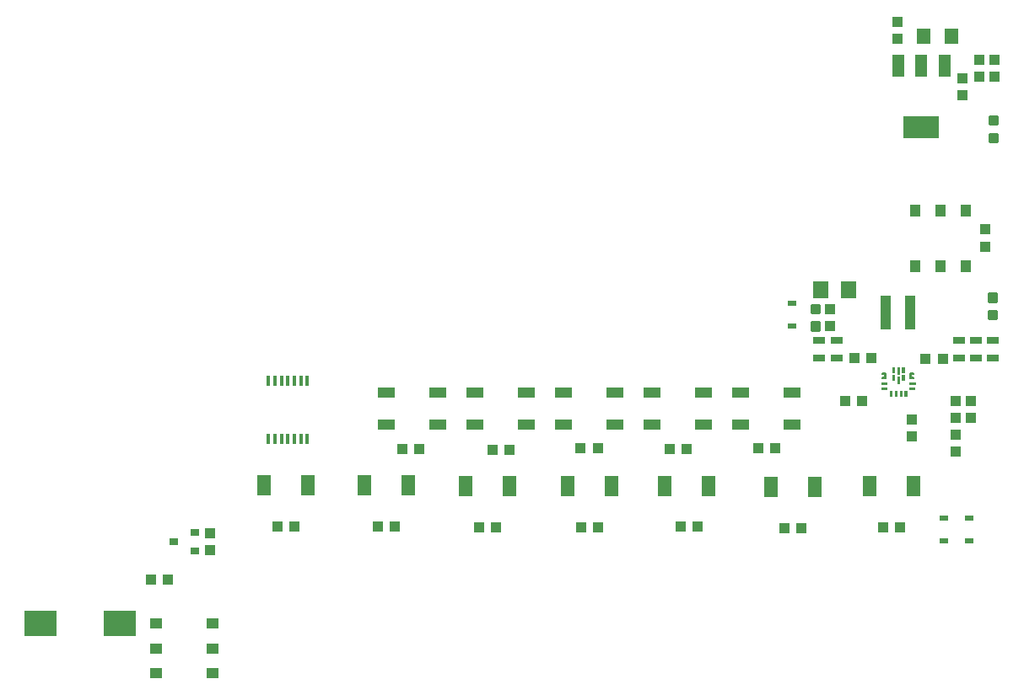
<source format=gtp>
G75*
%MOIN*%
%OFA0B0*%
%FSLAX25Y25*%
%IPPOS*%
%LPD*%
%AMOC8*
5,1,8,0,0,1.08239X$1,22.5*
%
%ADD10R,0.06500X0.03937*%
%ADD11R,0.12598X0.09843*%
%ADD12R,0.04528X0.03937*%
%ADD13R,0.04331X0.03937*%
%ADD14R,0.05512X0.07874*%
%ADD15C,0.00197*%
%ADD16C,0.00500*%
%ADD17R,0.03937X0.04331*%
%ADD18R,0.05512X0.06299*%
%ADD19R,0.03937X0.04528*%
%ADD20R,0.04800X0.08800*%
%ADD21R,0.14173X0.08661*%
%ADD22R,0.03268X0.02480*%
%ADD23R,0.04724X0.03150*%
%ADD24R,0.01200X0.03900*%
%ADD25C,0.01181*%
%ADD26R,0.06299X0.07087*%
%ADD27R,0.03858X0.13386*%
%ADD28R,0.03543X0.03150*%
D10*
X0182470Y0413337D03*
X0182470Y0425935D03*
X0202761Y0425935D03*
X0202761Y0413337D03*
X0217470Y0413337D03*
X0217470Y0425935D03*
X0237761Y0425935D03*
X0237761Y0413337D03*
X0252470Y0413337D03*
X0252470Y0425935D03*
X0272761Y0425935D03*
X0272761Y0413337D03*
X0287470Y0413337D03*
X0287470Y0425935D03*
X0307761Y0425935D03*
X0307761Y0413337D03*
X0322470Y0413337D03*
X0322470Y0425935D03*
X0342761Y0425935D03*
X0342761Y0413337D03*
D11*
X0077114Y0334636D03*
X0045618Y0334636D03*
D12*
X0091494Y0314794D03*
X0091494Y0324636D03*
X0091494Y0334479D03*
X0113738Y0334479D03*
X0113738Y0324636D03*
X0113738Y0314794D03*
D13*
X0095942Y0351900D03*
X0089249Y0351900D03*
X0139349Y0373000D03*
X0146042Y0373000D03*
X0179049Y0372900D03*
X0185742Y0372900D03*
X0188669Y0403586D03*
X0195362Y0403586D03*
X0219149Y0372600D03*
X0225842Y0372600D03*
X0224369Y0403336D03*
X0231062Y0403336D03*
X0259169Y0403836D03*
X0265862Y0403836D03*
X0265942Y0372600D03*
X0259249Y0372600D03*
X0294269Y0403611D03*
X0300962Y0403611D03*
X0298769Y0373036D03*
X0305462Y0373036D03*
X0329269Y0403836D03*
X0335962Y0403836D03*
X0339749Y0372400D03*
X0346442Y0372400D03*
X0378749Y0372600D03*
X0385442Y0372600D03*
X0370317Y0422525D03*
X0363624Y0422525D03*
X0367374Y0439650D03*
X0374067Y0439650D03*
X0395499Y0439400D03*
X0402192Y0439400D03*
D14*
X0390688Y0388850D03*
X0373366Y0388850D03*
X0351688Y0388650D03*
X0334366Y0388650D03*
X0309675Y0389030D03*
X0292352Y0389030D03*
X0271188Y0388850D03*
X0253866Y0388850D03*
X0231088Y0388850D03*
X0213766Y0388850D03*
X0190988Y0389150D03*
X0173666Y0389150D03*
X0151288Y0389250D03*
X0133966Y0389250D03*
D15*
X0378006Y0427358D02*
X0378009Y0427422D01*
X0378009Y0427894D01*
X0378036Y0427951D01*
X0378083Y0427994D01*
X0378143Y0428015D01*
X0378206Y0428012D01*
X0380017Y0428012D01*
X0380077Y0428000D01*
X0380129Y0427966D01*
X0380163Y0427915D01*
X0380175Y0427855D01*
X0380175Y0427422D01*
X0380173Y0427355D01*
X0380147Y0427295D01*
X0380099Y0427249D01*
X0380037Y0427225D01*
X0378127Y0427225D01*
X0378070Y0427252D01*
X0378028Y0427299D01*
X0378006Y0427358D01*
X0378009Y0427438D02*
X0380175Y0427438D01*
X0380175Y0427634D02*
X0378009Y0427634D01*
X0378009Y0427829D02*
X0380175Y0427829D01*
X0380083Y0427243D02*
X0378089Y0427243D01*
X0378108Y0429193D02*
X0378050Y0429220D01*
X0378008Y0429267D01*
X0377987Y0429327D01*
X0377990Y0429390D01*
X0377990Y0429863D01*
X0378017Y0429920D01*
X0378064Y0429962D01*
X0378123Y0429984D01*
X0378186Y0429981D01*
X0379998Y0429981D01*
X0380058Y0429969D01*
X0380109Y0429935D01*
X0380143Y0429883D01*
X0380155Y0429823D01*
X0380155Y0429390D01*
X0380154Y0429324D01*
X0380127Y0429263D01*
X0380079Y0429217D01*
X0380017Y0429193D01*
X0378108Y0429193D01*
X0378101Y0429196D02*
X0380025Y0429196D01*
X0380155Y0429392D02*
X0377990Y0429392D01*
X0377990Y0429587D02*
X0380155Y0429587D01*
X0380155Y0429783D02*
X0377990Y0429783D01*
X0378107Y0429978D02*
X0380012Y0429978D01*
X0382249Y0430977D02*
X0382270Y0430945D01*
X0382302Y0430923D01*
X0382340Y0430916D01*
X0382931Y0430916D01*
X0382968Y0430923D01*
X0383000Y0430945D01*
X0383022Y0430977D01*
X0383029Y0431014D01*
X0383029Y0432884D01*
X0383022Y0432922D01*
X0383000Y0432954D01*
X0382968Y0432975D01*
X0382931Y0432983D01*
X0382340Y0432983D01*
X0382302Y0432975D01*
X0382270Y0432954D01*
X0382249Y0432922D01*
X0382242Y0432884D01*
X0382242Y0431014D01*
X0382249Y0430977D01*
X0382264Y0430955D02*
X0383007Y0430955D01*
X0383029Y0431150D02*
X0382242Y0431150D01*
X0382242Y0431345D02*
X0383029Y0431345D01*
X0383029Y0431541D02*
X0382242Y0431541D01*
X0382242Y0431736D02*
X0383029Y0431736D01*
X0383029Y0431931D02*
X0382242Y0431931D01*
X0382242Y0432127D02*
X0383029Y0432127D01*
X0383029Y0432322D02*
X0382242Y0432322D01*
X0382242Y0432518D02*
X0383029Y0432518D01*
X0383029Y0432713D02*
X0382242Y0432713D01*
X0382246Y0432908D02*
X0383024Y0432908D01*
X0382931Y0433967D02*
X0382968Y0433974D01*
X0383000Y0433996D01*
X0383022Y0434028D01*
X0383029Y0434065D01*
X0383029Y0435935D01*
X0383022Y0435973D01*
X0383000Y0436005D01*
X0382968Y0436026D01*
X0382931Y0436034D01*
X0382340Y0436034D01*
X0382302Y0436026D01*
X0382270Y0436005D01*
X0382249Y0435973D01*
X0382242Y0435935D01*
X0382242Y0434065D01*
X0382249Y0434028D01*
X0382270Y0433996D01*
X0382302Y0433974D01*
X0382340Y0433967D01*
X0382931Y0433967D01*
X0383029Y0434080D02*
X0382242Y0434080D01*
X0382242Y0434276D02*
X0383029Y0434276D01*
X0383029Y0434471D02*
X0382242Y0434471D01*
X0382242Y0434667D02*
X0383029Y0434667D01*
X0383029Y0434862D02*
X0382242Y0434862D01*
X0382242Y0435057D02*
X0383029Y0435057D01*
X0383029Y0435253D02*
X0382242Y0435253D01*
X0382242Y0435448D02*
X0383029Y0435448D01*
X0383029Y0435643D02*
X0382242Y0435643D01*
X0382242Y0435839D02*
X0383029Y0435839D01*
X0384203Y0435897D02*
X0384210Y0435837D01*
X0384210Y0433376D01*
X0384218Y0433339D01*
X0384239Y0433307D01*
X0384271Y0433285D01*
X0384309Y0433278D01*
X0384899Y0433278D01*
X0384937Y0433285D01*
X0384969Y0433307D01*
X0384990Y0433339D01*
X0384998Y0433376D01*
X0384998Y0435935D01*
X0384990Y0435973D01*
X0384969Y0436005D01*
X0384937Y0436026D01*
X0384899Y0436034D01*
X0384309Y0436034D01*
X0384256Y0436004D01*
X0384219Y0435956D01*
X0384203Y0435897D01*
X0384210Y0435839D02*
X0384998Y0435839D01*
X0384998Y0435643D02*
X0384210Y0435643D01*
X0384210Y0435448D02*
X0384998Y0435448D01*
X0384998Y0435253D02*
X0384210Y0435253D01*
X0384210Y0435057D02*
X0384998Y0435057D01*
X0384998Y0434862D02*
X0384210Y0434862D01*
X0384210Y0434667D02*
X0384998Y0434667D01*
X0384998Y0434471D02*
X0384210Y0434471D01*
X0384210Y0434276D02*
X0384998Y0434276D01*
X0384998Y0434080D02*
X0384210Y0434080D01*
X0384210Y0433885D02*
X0384998Y0433885D01*
X0384998Y0433690D02*
X0384210Y0433690D01*
X0384210Y0433494D02*
X0384998Y0433494D01*
X0384957Y0433299D02*
X0384251Y0433299D01*
X0384309Y0432294D02*
X0384256Y0432264D01*
X0384219Y0432216D01*
X0384203Y0432157D01*
X0384210Y0432097D01*
X0384210Y0429636D01*
X0384218Y0429599D01*
X0384239Y0429567D01*
X0384271Y0429545D01*
X0384309Y0429538D01*
X0384899Y0429538D01*
X0384937Y0429545D01*
X0384969Y0429567D01*
X0384990Y0429599D01*
X0384998Y0429636D01*
X0384998Y0432195D01*
X0384990Y0432233D01*
X0384969Y0432265D01*
X0384937Y0432286D01*
X0384899Y0432294D01*
X0384309Y0432294D01*
X0384206Y0432127D02*
X0384998Y0432127D01*
X0384998Y0431931D02*
X0384210Y0431931D01*
X0384210Y0431736D02*
X0384998Y0431736D01*
X0384998Y0431541D02*
X0384210Y0431541D01*
X0384210Y0431345D02*
X0384998Y0431345D01*
X0384998Y0431150D02*
X0384210Y0431150D01*
X0384210Y0430955D02*
X0384998Y0430955D01*
X0384998Y0430759D02*
X0384210Y0430759D01*
X0384210Y0430564D02*
X0384998Y0430564D01*
X0384998Y0430369D02*
X0384210Y0430369D01*
X0384210Y0430173D02*
X0384998Y0430173D01*
X0384998Y0429978D02*
X0384210Y0429978D01*
X0384210Y0429783D02*
X0384998Y0429783D01*
X0384982Y0429587D02*
X0384225Y0429587D01*
X0386207Y0430945D02*
X0386239Y0430923D01*
X0386277Y0430916D01*
X0386868Y0430916D01*
X0386905Y0430923D01*
X0386937Y0430945D01*
X0386959Y0430977D01*
X0386966Y0431014D01*
X0386966Y0432884D01*
X0386959Y0432922D01*
X0386937Y0432954D01*
X0386905Y0432975D01*
X0386868Y0432983D01*
X0386277Y0432983D01*
X0386239Y0432975D01*
X0386207Y0432954D01*
X0386186Y0432922D01*
X0386179Y0432884D01*
X0386179Y0431014D01*
X0386186Y0430977D01*
X0386207Y0430945D01*
X0386201Y0430955D02*
X0386944Y0430955D01*
X0386966Y0431150D02*
X0386179Y0431150D01*
X0386179Y0431345D02*
X0386966Y0431345D01*
X0386966Y0431541D02*
X0386179Y0431541D01*
X0386179Y0431736D02*
X0386966Y0431736D01*
X0386966Y0431931D02*
X0386179Y0431931D01*
X0386179Y0432127D02*
X0386966Y0432127D01*
X0386966Y0432322D02*
X0386179Y0432322D01*
X0386179Y0432518D02*
X0386966Y0432518D01*
X0386966Y0432713D02*
X0386179Y0432713D01*
X0386183Y0432908D02*
X0386961Y0432908D01*
X0386868Y0433967D02*
X0386905Y0433974D01*
X0386937Y0433996D01*
X0386959Y0434028D01*
X0386966Y0434065D01*
X0386966Y0435935D01*
X0386959Y0435973D01*
X0386937Y0436005D01*
X0386905Y0436026D01*
X0386868Y0436034D01*
X0386277Y0436034D01*
X0386239Y0436026D01*
X0386207Y0436005D01*
X0386186Y0435973D01*
X0386179Y0435935D01*
X0386179Y0434065D01*
X0386186Y0434028D01*
X0386207Y0433996D01*
X0386239Y0433974D01*
X0386277Y0433967D01*
X0386868Y0433967D01*
X0386966Y0434080D02*
X0386179Y0434080D01*
X0386179Y0434276D02*
X0386966Y0434276D01*
X0386966Y0434471D02*
X0386179Y0434471D01*
X0386179Y0434667D02*
X0386966Y0434667D01*
X0386966Y0434862D02*
X0386179Y0434862D01*
X0386179Y0435057D02*
X0386966Y0435057D01*
X0386966Y0435253D02*
X0386179Y0435253D01*
X0386179Y0435448D02*
X0386966Y0435448D01*
X0386966Y0435643D02*
X0386179Y0435643D01*
X0386179Y0435839D02*
X0386966Y0435839D01*
X0389107Y0429962D02*
X0389167Y0429984D01*
X0389230Y0429981D01*
X0391041Y0429981D01*
X0391101Y0429969D01*
X0391152Y0429935D01*
X0391186Y0429883D01*
X0391198Y0429823D01*
X0391198Y0429390D01*
X0391197Y0429324D01*
X0391170Y0429263D01*
X0391122Y0429217D01*
X0391060Y0429193D01*
X0389151Y0429193D01*
X0389094Y0429220D01*
X0389051Y0429267D01*
X0389030Y0429327D01*
X0389033Y0429390D01*
X0389033Y0429863D01*
X0389060Y0429920D01*
X0389107Y0429962D01*
X0389150Y0429978D02*
X0391055Y0429978D01*
X0391198Y0429783D02*
X0389033Y0429783D01*
X0389033Y0429587D02*
X0391198Y0429587D01*
X0391198Y0429392D02*
X0389033Y0429392D01*
X0389144Y0429196D02*
X0391069Y0429196D01*
X0391021Y0428012D02*
X0391081Y0428000D01*
X0391132Y0427966D01*
X0391167Y0427915D01*
X0391179Y0427855D01*
X0391179Y0427422D01*
X0391177Y0427355D01*
X0391150Y0427295D01*
X0391103Y0427249D01*
X0391041Y0427225D01*
X0389131Y0427225D01*
X0389074Y0427252D01*
X0389032Y0427299D01*
X0389010Y0427358D01*
X0389013Y0427422D01*
X0389013Y0427894D01*
X0389040Y0427951D01*
X0389087Y0427994D01*
X0389147Y0428015D01*
X0389210Y0428012D01*
X0391021Y0428012D01*
X0391179Y0427829D02*
X0389013Y0427829D01*
X0389013Y0427634D02*
X0391179Y0427634D01*
X0391179Y0427438D02*
X0389013Y0427438D01*
X0389093Y0427243D02*
X0391087Y0427243D01*
X0387931Y0426595D02*
X0387931Y0424685D01*
X0387904Y0424628D01*
X0387857Y0424586D01*
X0387797Y0424564D01*
X0387734Y0424567D01*
X0387281Y0424567D01*
X0387224Y0424594D01*
X0387181Y0424641D01*
X0387160Y0424701D01*
X0387163Y0424764D01*
X0387143Y0426575D01*
X0387155Y0426635D01*
X0387189Y0426687D01*
X0387240Y0426721D01*
X0387301Y0426733D01*
X0387734Y0426733D01*
X0387800Y0426731D01*
X0387861Y0426705D01*
X0387907Y0426657D01*
X0387931Y0426595D01*
X0387906Y0426657D02*
X0387169Y0426657D01*
X0387144Y0426461D02*
X0387931Y0426461D01*
X0387931Y0426266D02*
X0387147Y0426266D01*
X0387149Y0426071D02*
X0387931Y0426071D01*
X0387931Y0425875D02*
X0387151Y0425875D01*
X0387153Y0425680D02*
X0387931Y0425680D01*
X0387931Y0425485D02*
X0387155Y0425485D01*
X0387157Y0425289D02*
X0387931Y0425289D01*
X0387931Y0425094D02*
X0387159Y0425094D01*
X0387161Y0424898D02*
X0387931Y0424898D01*
X0387931Y0424703D02*
X0387160Y0424703D01*
X0385982Y0424703D02*
X0385191Y0424703D01*
X0385191Y0424701D02*
X0385194Y0424764D01*
X0385194Y0426575D01*
X0385206Y0426635D01*
X0385240Y0426687D01*
X0385292Y0426721D01*
X0385352Y0426733D01*
X0385785Y0426733D01*
X0385851Y0426731D01*
X0385912Y0426705D01*
X0385958Y0426657D01*
X0385221Y0426657D01*
X0385194Y0426461D02*
X0385982Y0426461D01*
X0385982Y0426595D02*
X0385982Y0424685D01*
X0385955Y0424628D01*
X0385908Y0424586D01*
X0385848Y0424564D01*
X0385785Y0424567D01*
X0385312Y0424567D01*
X0385255Y0424594D01*
X0385213Y0424641D01*
X0385191Y0424701D01*
X0385194Y0424898D02*
X0385982Y0424898D01*
X0385982Y0425094D02*
X0385194Y0425094D01*
X0385194Y0425289D02*
X0385982Y0425289D01*
X0385982Y0425485D02*
X0385194Y0425485D01*
X0385194Y0425680D02*
X0385982Y0425680D01*
X0385982Y0425875D02*
X0385194Y0425875D01*
X0385194Y0426071D02*
X0385982Y0426071D01*
X0385982Y0426266D02*
X0385194Y0426266D01*
X0385982Y0426595D02*
X0385958Y0426657D01*
X0384013Y0426595D02*
X0384013Y0424685D01*
X0383986Y0424628D01*
X0383939Y0424586D01*
X0383880Y0424564D01*
X0383816Y0424567D01*
X0383344Y0424567D01*
X0383299Y0424576D01*
X0383260Y0424602D01*
X0383235Y0424640D01*
X0383226Y0424685D01*
X0383226Y0426575D01*
X0383238Y0426635D01*
X0383272Y0426687D01*
X0383323Y0426721D01*
X0383383Y0426733D01*
X0383816Y0426733D01*
X0383883Y0426731D01*
X0383943Y0426705D01*
X0383989Y0426657D01*
X0383252Y0426657D01*
X0383226Y0426461D02*
X0384013Y0426461D01*
X0384013Y0426595D02*
X0383989Y0426657D01*
X0384013Y0426266D02*
X0383226Y0426266D01*
X0383226Y0426071D02*
X0384013Y0426071D01*
X0384013Y0425875D02*
X0383226Y0425875D01*
X0383226Y0425680D02*
X0384013Y0425680D01*
X0384013Y0425485D02*
X0383226Y0425485D01*
X0383226Y0425289D02*
X0384013Y0425289D01*
X0384013Y0425094D02*
X0383226Y0425094D01*
X0383226Y0424898D02*
X0384013Y0424898D01*
X0384013Y0424703D02*
X0383226Y0424703D01*
X0382045Y0424703D02*
X0381254Y0424703D01*
X0381254Y0424701D02*
X0381257Y0424764D01*
X0381257Y0426575D01*
X0381269Y0426635D01*
X0381303Y0426687D01*
X0381355Y0426721D01*
X0381415Y0426733D01*
X0381848Y0426733D01*
X0381914Y0426731D01*
X0381975Y0426705D01*
X0382021Y0426657D01*
X0381284Y0426657D01*
X0381257Y0426461D02*
X0382045Y0426461D01*
X0382045Y0426595D02*
X0382045Y0424685D01*
X0382018Y0424628D01*
X0381971Y0424586D01*
X0381911Y0424564D01*
X0381848Y0424567D01*
X0381375Y0424567D01*
X0381318Y0424594D01*
X0381276Y0424641D01*
X0381254Y0424701D01*
X0381257Y0424898D02*
X0382045Y0424898D01*
X0382045Y0425094D02*
X0381257Y0425094D01*
X0381257Y0425289D02*
X0382045Y0425289D01*
X0382045Y0425485D02*
X0381257Y0425485D01*
X0381257Y0425680D02*
X0382045Y0425680D01*
X0382045Y0425875D02*
X0381257Y0425875D01*
X0381257Y0426071D02*
X0382045Y0426071D01*
X0382045Y0426266D02*
X0381257Y0426266D01*
X0382045Y0426595D02*
X0382021Y0426657D01*
D16*
X0379820Y0431595D02*
X0379820Y0433603D01*
X0378364Y0433603D01*
X0378364Y0433209D01*
X0379387Y0433209D01*
X0379387Y0431989D01*
X0378364Y0431989D01*
X0378364Y0431595D01*
X0378600Y0431595D01*
X0378560Y0431595D01*
X0379820Y0431595D01*
X0379820Y0432026D02*
X0379387Y0432026D01*
X0379387Y0432525D02*
X0379820Y0432525D01*
X0379820Y0433023D02*
X0379387Y0433023D01*
X0379820Y0433522D02*
X0378364Y0433522D01*
X0389387Y0433522D02*
X0390844Y0433522D01*
X0390844Y0433563D02*
X0390608Y0433563D01*
X0390647Y0433563D01*
X0389387Y0433563D01*
X0389387Y0431556D01*
X0390844Y0431556D01*
X0390844Y0431949D01*
X0389820Y0431949D01*
X0389820Y0433170D01*
X0390844Y0433170D01*
X0390844Y0433563D01*
X0389820Y0433023D02*
X0389387Y0433023D01*
X0389387Y0432525D02*
X0389820Y0432525D01*
X0389820Y0432026D02*
X0389387Y0432026D01*
D17*
X0390096Y0415246D03*
X0390096Y0408554D03*
X0407446Y0409196D03*
X0407446Y0402504D03*
X0407446Y0416054D03*
X0407446Y0422746D03*
X0413246Y0422746D03*
X0413246Y0416054D03*
X0418996Y0483754D03*
X0418996Y0490446D03*
X0410096Y0543554D03*
X0410096Y0550246D03*
X0416796Y0550954D03*
X0422796Y0550954D03*
X0422796Y0557646D03*
X0416796Y0557646D03*
X0384471Y0566054D03*
X0384471Y0572746D03*
X0357771Y0459096D03*
X0357771Y0452404D03*
X0112595Y0370246D03*
X0112595Y0363554D03*
D18*
X0394584Y0566900D03*
X0405608Y0566900D03*
D19*
X0401346Y0498022D03*
X0411188Y0498022D03*
X0411188Y0475778D03*
X0401346Y0475778D03*
X0391503Y0475778D03*
X0391503Y0498022D03*
D20*
X0393846Y0555350D03*
X0402946Y0555350D03*
X0384746Y0555350D03*
D21*
X0393846Y0530949D03*
D22*
X0342595Y0461428D03*
X0342595Y0452372D03*
X0402595Y0376428D03*
X0402595Y0367372D03*
X0412595Y0367372D03*
X0412595Y0376428D03*
D23*
X0415396Y0439607D03*
X0422046Y0439607D03*
X0422046Y0446693D03*
X0415396Y0446693D03*
X0408646Y0446693D03*
X0408646Y0439607D03*
X0360221Y0439482D03*
X0360221Y0446568D03*
X0353471Y0446568D03*
X0353471Y0439482D03*
D24*
X0151173Y0430687D03*
X0148614Y0430687D03*
X0146055Y0430687D03*
X0143496Y0430687D03*
X0140937Y0430687D03*
X0138378Y0430687D03*
X0135819Y0430687D03*
X0135819Y0407713D03*
X0138378Y0407713D03*
X0140937Y0407713D03*
X0143496Y0407713D03*
X0146055Y0407713D03*
X0148614Y0407713D03*
X0151173Y0407713D03*
D25*
X0350718Y0450744D02*
X0353474Y0450744D01*
X0350718Y0450744D02*
X0350718Y0453500D01*
X0353474Y0453500D01*
X0353474Y0450744D01*
X0353474Y0451866D02*
X0350718Y0451866D01*
X0350718Y0452988D02*
X0353474Y0452988D01*
X0353474Y0457650D02*
X0350718Y0457650D01*
X0350718Y0460406D01*
X0353474Y0460406D01*
X0353474Y0457650D01*
X0353474Y0458772D02*
X0350718Y0458772D01*
X0350718Y0459894D02*
X0353474Y0459894D01*
X0420618Y0455169D02*
X0423374Y0455169D01*
X0420618Y0455169D02*
X0420618Y0457925D01*
X0423374Y0457925D01*
X0423374Y0455169D01*
X0423374Y0456291D02*
X0420618Y0456291D01*
X0420618Y0457413D02*
X0423374Y0457413D01*
X0423374Y0462075D02*
X0420618Y0462075D01*
X0420618Y0464831D01*
X0423374Y0464831D01*
X0423374Y0462075D01*
X0423374Y0463197D02*
X0420618Y0463197D01*
X0420618Y0464319D02*
X0423374Y0464319D01*
X0423674Y0525319D02*
X0420918Y0525319D01*
X0420918Y0528075D01*
X0423674Y0528075D01*
X0423674Y0525319D01*
X0423674Y0526441D02*
X0420918Y0526441D01*
X0420918Y0527563D02*
X0423674Y0527563D01*
X0423674Y0532225D02*
X0420918Y0532225D01*
X0420918Y0534981D01*
X0423674Y0534981D01*
X0423674Y0532225D01*
X0423674Y0533347D02*
X0420918Y0533347D01*
X0420918Y0534469D02*
X0423674Y0534469D01*
D26*
X0364908Y0466700D03*
X0353884Y0466700D03*
D27*
X0379810Y0457521D03*
X0389259Y0457521D03*
D28*
X0106532Y0370640D03*
X0106532Y0363160D03*
X0098264Y0366900D03*
M02*

</source>
